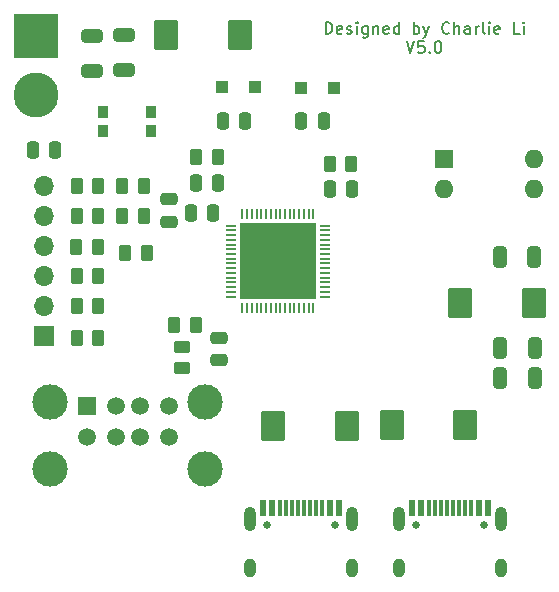
<source format=gbr>
%TF.GenerationSoftware,KiCad,Pcbnew,(6.0.5)*%
%TF.CreationDate,2022-06-14T13:50:17+08:00*%
%TF.ProjectId,V4.0,56342e30-2e6b-4696-9361-645f70636258,rev?*%
%TF.SameCoordinates,Original*%
%TF.FileFunction,Soldermask,Top*%
%TF.FilePolarity,Negative*%
%FSLAX46Y46*%
G04 Gerber Fmt 4.6, Leading zero omitted, Abs format (unit mm)*
G04 Created by KiCad (PCBNEW (6.0.5)) date 2022-06-14 13:50:17*
%MOMM*%
%LPD*%
G01*
G04 APERTURE LIST*
G04 Aperture macros list*
%AMRoundRect*
0 Rectangle with rounded corners*
0 $1 Rounding radius*
0 $2 $3 $4 $5 $6 $7 $8 $9 X,Y pos of 4 corners*
0 Add a 4 corners polygon primitive as box body*
4,1,4,$2,$3,$4,$5,$6,$7,$8,$9,$2,$3,0*
0 Add four circle primitives for the rounded corners*
1,1,$1+$1,$2,$3*
1,1,$1+$1,$4,$5*
1,1,$1+$1,$6,$7*
1,1,$1+$1,$8,$9*
0 Add four rect primitives between the rounded corners*
20,1,$1+$1,$2,$3,$4,$5,0*
20,1,$1+$1,$4,$5,$6,$7,0*
20,1,$1+$1,$6,$7,$8,$9,0*
20,1,$1+$1,$8,$9,$2,$3,0*%
G04 Aperture macros list end*
%ADD10C,0.150000*%
%ADD11RoundRect,0.250000X-0.450000X0.262500X-0.450000X-0.262500X0.450000X-0.262500X0.450000X0.262500X0*%
%ADD12RoundRect,0.250000X0.262500X0.450000X-0.262500X0.450000X-0.262500X-0.450000X0.262500X-0.450000X0*%
%ADD13RoundRect,0.250000X-0.325000X-0.650000X0.325000X-0.650000X0.325000X0.650000X-0.325000X0.650000X0*%
%ADD14RoundRect,0.250000X-0.250000X-0.475000X0.250000X-0.475000X0.250000X0.475000X-0.250000X0.475000X0*%
%ADD15RoundRect,0.250000X0.650000X-0.325000X0.650000X0.325000X-0.650000X0.325000X-0.650000X-0.325000X0*%
%ADD16RoundRect,0.250000X0.250000X0.475000X-0.250000X0.475000X-0.250000X-0.475000X0.250000X-0.475000X0*%
%ADD17RoundRect,0.250000X-0.787500X-1.025000X0.787500X-1.025000X0.787500X1.025000X-0.787500X1.025000X0*%
%ADD18R,0.900000X1.000000*%
%ADD19RoundRect,0.050000X0.350000X0.050000X-0.350000X0.050000X-0.350000X-0.050000X0.350000X-0.050000X0*%
%ADD20RoundRect,0.050000X0.050000X0.350000X-0.050000X0.350000X-0.050000X-0.350000X0.050000X-0.350000X0*%
%ADD21R,6.500000X6.500000*%
%ADD22R,1.100000X1.100000*%
%ADD23R,3.800000X3.800000*%
%ADD24C,3.800000*%
%ADD25RoundRect,0.250000X0.475000X-0.250000X0.475000X0.250000X-0.475000X0.250000X-0.475000X-0.250000X0*%
%ADD26R,1.600000X1.600000*%
%ADD27O,1.600000X1.600000*%
%ADD28C,0.650000*%
%ADD29R,0.600000X1.450000*%
%ADD30R,0.300000X1.450000*%
%ADD31O,1.000000X2.100000*%
%ADD32O,1.000000X1.600000*%
%ADD33R,1.700000X1.700000*%
%ADD34O,1.700000X1.700000*%
%ADD35R,1.500000X1.500000*%
%ADD36C,1.500000*%
%ADD37C,3.000000*%
%ADD38RoundRect,0.250000X-0.475000X0.250000X-0.475000X-0.250000X0.475000X-0.250000X0.475000X0.250000X0*%
G04 APERTURE END LIST*
D10*
X133069047Y-77797380D02*
X133069047Y-76797380D01*
X133307142Y-76797380D01*
X133450000Y-76845000D01*
X133545238Y-76940238D01*
X133592857Y-77035476D01*
X133640476Y-77225952D01*
X133640476Y-77368809D01*
X133592857Y-77559285D01*
X133545238Y-77654523D01*
X133450000Y-77749761D01*
X133307142Y-77797380D01*
X133069047Y-77797380D01*
X134450000Y-77749761D02*
X134354761Y-77797380D01*
X134164285Y-77797380D01*
X134069047Y-77749761D01*
X134021428Y-77654523D01*
X134021428Y-77273571D01*
X134069047Y-77178333D01*
X134164285Y-77130714D01*
X134354761Y-77130714D01*
X134450000Y-77178333D01*
X134497619Y-77273571D01*
X134497619Y-77368809D01*
X134021428Y-77464047D01*
X134878571Y-77749761D02*
X134973809Y-77797380D01*
X135164285Y-77797380D01*
X135259523Y-77749761D01*
X135307142Y-77654523D01*
X135307142Y-77606904D01*
X135259523Y-77511666D01*
X135164285Y-77464047D01*
X135021428Y-77464047D01*
X134926190Y-77416428D01*
X134878571Y-77321190D01*
X134878571Y-77273571D01*
X134926190Y-77178333D01*
X135021428Y-77130714D01*
X135164285Y-77130714D01*
X135259523Y-77178333D01*
X135735714Y-77797380D02*
X135735714Y-77130714D01*
X135735714Y-76797380D02*
X135688095Y-76845000D01*
X135735714Y-76892619D01*
X135783333Y-76845000D01*
X135735714Y-76797380D01*
X135735714Y-76892619D01*
X136640476Y-77130714D02*
X136640476Y-77940238D01*
X136592857Y-78035476D01*
X136545238Y-78083095D01*
X136450000Y-78130714D01*
X136307142Y-78130714D01*
X136211904Y-78083095D01*
X136640476Y-77749761D02*
X136545238Y-77797380D01*
X136354761Y-77797380D01*
X136259523Y-77749761D01*
X136211904Y-77702142D01*
X136164285Y-77606904D01*
X136164285Y-77321190D01*
X136211904Y-77225952D01*
X136259523Y-77178333D01*
X136354761Y-77130714D01*
X136545238Y-77130714D01*
X136640476Y-77178333D01*
X137116666Y-77130714D02*
X137116666Y-77797380D01*
X137116666Y-77225952D02*
X137164285Y-77178333D01*
X137259523Y-77130714D01*
X137402380Y-77130714D01*
X137497619Y-77178333D01*
X137545238Y-77273571D01*
X137545238Y-77797380D01*
X138402380Y-77749761D02*
X138307142Y-77797380D01*
X138116666Y-77797380D01*
X138021428Y-77749761D01*
X137973809Y-77654523D01*
X137973809Y-77273571D01*
X138021428Y-77178333D01*
X138116666Y-77130714D01*
X138307142Y-77130714D01*
X138402380Y-77178333D01*
X138450000Y-77273571D01*
X138450000Y-77368809D01*
X137973809Y-77464047D01*
X139307142Y-77797380D02*
X139307142Y-76797380D01*
X139307142Y-77749761D02*
X139211904Y-77797380D01*
X139021428Y-77797380D01*
X138926190Y-77749761D01*
X138878571Y-77702142D01*
X138830952Y-77606904D01*
X138830952Y-77321190D01*
X138878571Y-77225952D01*
X138926190Y-77178333D01*
X139021428Y-77130714D01*
X139211904Y-77130714D01*
X139307142Y-77178333D01*
X140545238Y-77797380D02*
X140545238Y-76797380D01*
X140545238Y-77178333D02*
X140640476Y-77130714D01*
X140830952Y-77130714D01*
X140926190Y-77178333D01*
X140973809Y-77225952D01*
X141021428Y-77321190D01*
X141021428Y-77606904D01*
X140973809Y-77702142D01*
X140926190Y-77749761D01*
X140830952Y-77797380D01*
X140640476Y-77797380D01*
X140545238Y-77749761D01*
X141354761Y-77130714D02*
X141592857Y-77797380D01*
X141830952Y-77130714D02*
X141592857Y-77797380D01*
X141497619Y-78035476D01*
X141450000Y-78083095D01*
X141354761Y-78130714D01*
X143545238Y-77702142D02*
X143497619Y-77749761D01*
X143354761Y-77797380D01*
X143259523Y-77797380D01*
X143116666Y-77749761D01*
X143021428Y-77654523D01*
X142973809Y-77559285D01*
X142926190Y-77368809D01*
X142926190Y-77225952D01*
X142973809Y-77035476D01*
X143021428Y-76940238D01*
X143116666Y-76845000D01*
X143259523Y-76797380D01*
X143354761Y-76797380D01*
X143497619Y-76845000D01*
X143545238Y-76892619D01*
X143973809Y-77797380D02*
X143973809Y-76797380D01*
X144402380Y-77797380D02*
X144402380Y-77273571D01*
X144354761Y-77178333D01*
X144259523Y-77130714D01*
X144116666Y-77130714D01*
X144021428Y-77178333D01*
X143973809Y-77225952D01*
X145307142Y-77797380D02*
X145307142Y-77273571D01*
X145259523Y-77178333D01*
X145164285Y-77130714D01*
X144973809Y-77130714D01*
X144878571Y-77178333D01*
X145307142Y-77749761D02*
X145211904Y-77797380D01*
X144973809Y-77797380D01*
X144878571Y-77749761D01*
X144830952Y-77654523D01*
X144830952Y-77559285D01*
X144878571Y-77464047D01*
X144973809Y-77416428D01*
X145211904Y-77416428D01*
X145307142Y-77368809D01*
X145783333Y-77797380D02*
X145783333Y-77130714D01*
X145783333Y-77321190D02*
X145830952Y-77225952D01*
X145878571Y-77178333D01*
X145973809Y-77130714D01*
X146069047Y-77130714D01*
X146545238Y-77797380D02*
X146450000Y-77749761D01*
X146402380Y-77654523D01*
X146402380Y-76797380D01*
X146926190Y-77797380D02*
X146926190Y-77130714D01*
X146926190Y-76797380D02*
X146878571Y-76845000D01*
X146926190Y-76892619D01*
X146973809Y-76845000D01*
X146926190Y-76797380D01*
X146926190Y-76892619D01*
X147783333Y-77749761D02*
X147688095Y-77797380D01*
X147497619Y-77797380D01*
X147402380Y-77749761D01*
X147354761Y-77654523D01*
X147354761Y-77273571D01*
X147402380Y-77178333D01*
X147497619Y-77130714D01*
X147688095Y-77130714D01*
X147783333Y-77178333D01*
X147830952Y-77273571D01*
X147830952Y-77368809D01*
X147354761Y-77464047D01*
X149497619Y-77797380D02*
X149021428Y-77797380D01*
X149021428Y-76797380D01*
X149830952Y-77797380D02*
X149830952Y-77130714D01*
X149830952Y-76797380D02*
X149783333Y-76845000D01*
X149830952Y-76892619D01*
X149878571Y-76845000D01*
X149830952Y-76797380D01*
X149830952Y-76892619D01*
X139926190Y-78407380D02*
X140259523Y-79407380D01*
X140592857Y-78407380D01*
X141402380Y-78407380D02*
X140926190Y-78407380D01*
X140878571Y-78883571D01*
X140926190Y-78835952D01*
X141021428Y-78788333D01*
X141259523Y-78788333D01*
X141354761Y-78835952D01*
X141402380Y-78883571D01*
X141450000Y-78978809D01*
X141450000Y-79216904D01*
X141402380Y-79312142D01*
X141354761Y-79359761D01*
X141259523Y-79407380D01*
X141021428Y-79407380D01*
X140926190Y-79359761D01*
X140878571Y-79312142D01*
X141878571Y-79312142D02*
X141926190Y-79359761D01*
X141878571Y-79407380D01*
X141830952Y-79359761D01*
X141878571Y-79312142D01*
X141878571Y-79407380D01*
X142545238Y-78407380D02*
X142640476Y-78407380D01*
X142735714Y-78455000D01*
X142783333Y-78502619D01*
X142830952Y-78597857D01*
X142878571Y-78788333D01*
X142878571Y-79026428D01*
X142830952Y-79216904D01*
X142783333Y-79312142D01*
X142735714Y-79359761D01*
X142640476Y-79407380D01*
X142545238Y-79407380D01*
X142450000Y-79359761D01*
X142402380Y-79312142D01*
X142354761Y-79216904D01*
X142307142Y-79026428D01*
X142307142Y-78788333D01*
X142354761Y-78597857D01*
X142402380Y-78502619D01*
X142450000Y-78455000D01*
X142545238Y-78407380D01*
D11*
%TO.C,RNTC1*%
X120954800Y-104270800D03*
X120954800Y-106095800D03*
%TD*%
D12*
%TO.C,RPMAX1*%
X122070500Y-102412800D03*
X120245500Y-102412800D03*
%TD*%
%TO.C,R18*%
X113790100Y-95834200D03*
X111965100Y-95834200D03*
%TD*%
D13*
%TO.C,C5*%
X147800800Y-96647000D03*
X150750800Y-96647000D03*
%TD*%
%TO.C,C7*%
X147826200Y-106934000D03*
X150776200Y-106934000D03*
%TD*%
D12*
%TO.C,R8*%
X123950100Y-88239600D03*
X122125100Y-88239600D03*
%TD*%
%TO.C,R12*%
X117676300Y-90703400D03*
X115851300Y-90703400D03*
%TD*%
D14*
%TO.C,D2*%
X108295400Y-87630000D03*
X110195400Y-87630000D03*
%TD*%
D12*
%TO.C,R16*%
X113815500Y-100838000D03*
X111990500Y-100838000D03*
%TD*%
D15*
%TO.C,C18*%
X113309400Y-80900800D03*
X113309400Y-77950800D03*
%TD*%
D12*
%TO.C,R11*%
X117676300Y-93192600D03*
X115851300Y-93192600D03*
%TD*%
D16*
%TO.C,C12*%
X126273600Y-85191600D03*
X124373600Y-85191600D03*
%TD*%
D14*
%TO.C,C11*%
X131028400Y-85191600D03*
X132928400Y-85191600D03*
%TD*%
D17*
%TO.C,C4*%
X128637500Y-111000000D03*
X134862500Y-111000000D03*
%TD*%
D18*
%TO.C,SW1*%
X118305800Y-84442400D03*
X114205800Y-84442400D03*
X114205800Y-86042400D03*
X118305800Y-86042400D03*
%TD*%
D19*
%TO.C,U1*%
X132982000Y-100028000D03*
X132982000Y-99628000D03*
X132982000Y-99228000D03*
X132982000Y-98828000D03*
X132982000Y-98428000D03*
X132982000Y-98028000D03*
X132982000Y-97628000D03*
X132982000Y-97228000D03*
X132982000Y-96828000D03*
X132982000Y-96428000D03*
X132982000Y-96028000D03*
X132982000Y-95628000D03*
X132982000Y-95228000D03*
X132982000Y-94828000D03*
X132982000Y-94428000D03*
X132982000Y-94028000D03*
D20*
X132032000Y-93078000D03*
X131632000Y-93078000D03*
X131232000Y-93078000D03*
X130832000Y-93078000D03*
X130432000Y-93078000D03*
X130032000Y-93078000D03*
X129632000Y-93078000D03*
X129232000Y-93078000D03*
X128832000Y-93078000D03*
X128432000Y-93078000D03*
X128032000Y-93078000D03*
X127632000Y-93078000D03*
X127232000Y-93078000D03*
X126832000Y-93078000D03*
X126432000Y-93078000D03*
X126032000Y-93078000D03*
D19*
X125082000Y-94028000D03*
X125082000Y-94428000D03*
X125082000Y-94828000D03*
X125082000Y-95228000D03*
X125082000Y-95628000D03*
X125082000Y-96028000D03*
X125082000Y-96428000D03*
X125082000Y-96828000D03*
X125082000Y-97228000D03*
X125082000Y-97628000D03*
X125082000Y-98028000D03*
X125082000Y-98428000D03*
X125082000Y-98828000D03*
X125082000Y-99228000D03*
X125082000Y-99628000D03*
X125082000Y-100028000D03*
D20*
X126032000Y-100978000D03*
X126432000Y-100978000D03*
X126832000Y-100978000D03*
X127232000Y-100978000D03*
X127632000Y-100978000D03*
X128032000Y-100978000D03*
X128432000Y-100978000D03*
X128832000Y-100978000D03*
X129232000Y-100978000D03*
X129632000Y-100978000D03*
X130032000Y-100978000D03*
X130432000Y-100978000D03*
X130832000Y-100978000D03*
X131232000Y-100978000D03*
X131632000Y-100978000D03*
X132032000Y-100978000D03*
D21*
X129032000Y-97028000D03*
%TD*%
D13*
%TO.C,C6*%
X147877000Y-104394000D03*
X150827000Y-104394000D03*
%TD*%
D12*
%TO.C,R19*%
X113815500Y-93218000D03*
X111990500Y-93218000D03*
%TD*%
D17*
%TO.C,C8*%
X144461500Y-100584000D03*
X150686500Y-100584000D03*
%TD*%
D22*
%TO.C,D3*%
X127130000Y-82321400D03*
X124330000Y-82321400D03*
%TD*%
D12*
%TO.C,R17*%
X113815500Y-98298000D03*
X111990500Y-98298000D03*
%TD*%
D23*
%TO.C,J4*%
X108534200Y-77992600D03*
D24*
X108534200Y-82992600D03*
%TD*%
D17*
%TO.C,C16*%
X119569500Y-77851000D03*
X125794500Y-77851000D03*
%TD*%
%TO.C,C2*%
X138687500Y-110900000D03*
X144912500Y-110900000D03*
%TD*%
D16*
%TO.C,C14*%
X123555800Y-92938600D03*
X121655800Y-92938600D03*
%TD*%
%TO.C,C10*%
X135316000Y-90957400D03*
X133416000Y-90957400D03*
%TD*%
D12*
%TO.C,R10*%
X117930300Y-96316800D03*
X116105300Y-96316800D03*
%TD*%
%TO.C,R20*%
X113815500Y-90678000D03*
X111990500Y-90678000D03*
%TD*%
D25*
%TO.C,C15*%
X124053600Y-105420200D03*
X124053600Y-103520200D03*
%TD*%
D15*
%TO.C,C17*%
X116027200Y-80875400D03*
X116027200Y-77925400D03*
%TD*%
D14*
%TO.C,C13*%
X122087600Y-90424000D03*
X123987600Y-90424000D03*
%TD*%
D26*
%TO.C,SW2*%
X143103600Y-88366600D03*
D27*
X143103600Y-90906600D03*
X150723600Y-90906600D03*
X150723600Y-88366600D03*
%TD*%
D28*
%TO.C,J2*%
X140721600Y-119400000D03*
X146501600Y-119400000D03*
D29*
X140361600Y-117955000D03*
X141161600Y-117955000D03*
D30*
X142361600Y-117955000D03*
X143361600Y-117955000D03*
X143861600Y-117955000D03*
X144861600Y-117955000D03*
D29*
X146061600Y-117955000D03*
X146861600Y-117955000D03*
X146861600Y-117955000D03*
X146061600Y-117955000D03*
D30*
X145361600Y-117955000D03*
X144361600Y-117955000D03*
X142861600Y-117955000D03*
X141861600Y-117955000D03*
D29*
X141161600Y-117955000D03*
X140361600Y-117955000D03*
D31*
X147931600Y-118870000D03*
D32*
X147931600Y-123050000D03*
D31*
X139291600Y-118870000D03*
D32*
X139291600Y-123050000D03*
%TD*%
D12*
%TO.C,R3*%
X135253100Y-88823800D03*
X133428100Y-88823800D03*
%TD*%
D33*
%TO.C,J5*%
X109220000Y-103378000D03*
D34*
X109220000Y-100838000D03*
X109220000Y-98298000D03*
X109220000Y-95758000D03*
X109220000Y-93218000D03*
X109220000Y-90678000D03*
%TD*%
D35*
%TO.C,J1*%
X112832000Y-109325000D03*
D36*
X115332000Y-109325000D03*
X117332000Y-109325000D03*
X119832000Y-109325000D03*
X112832000Y-111945000D03*
X115332000Y-111945000D03*
X117332000Y-111945000D03*
X119832000Y-111945000D03*
D37*
X122902000Y-108975000D03*
X109762000Y-114655000D03*
X122902000Y-114655000D03*
X109762000Y-108975000D03*
%TD*%
D28*
%TO.C,J3*%
X128110000Y-119400000D03*
X133890000Y-119400000D03*
D29*
X127750000Y-117955000D03*
X128550000Y-117955000D03*
D30*
X129750000Y-117955000D03*
X130750000Y-117955000D03*
X131250000Y-117955000D03*
X132250000Y-117955000D03*
D29*
X133450000Y-117955000D03*
X134250000Y-117955000D03*
X134250000Y-117955000D03*
X133450000Y-117955000D03*
D30*
X132750000Y-117955000D03*
X131750000Y-117955000D03*
X130250000Y-117955000D03*
X129250000Y-117955000D03*
D29*
X128550000Y-117955000D03*
X127750000Y-117955000D03*
D31*
X126680000Y-118870000D03*
X135320000Y-118870000D03*
D32*
X135320000Y-123050000D03*
X126680000Y-123050000D03*
%TD*%
D38*
%TO.C,C22*%
X119811800Y-91810800D03*
X119811800Y-93710800D03*
%TD*%
D22*
%TO.C,D1*%
X131010200Y-82372200D03*
X133810200Y-82372200D03*
%TD*%
D12*
%TO.C,R15*%
X113815500Y-103505000D03*
X111990500Y-103505000D03*
%TD*%
M02*

</source>
